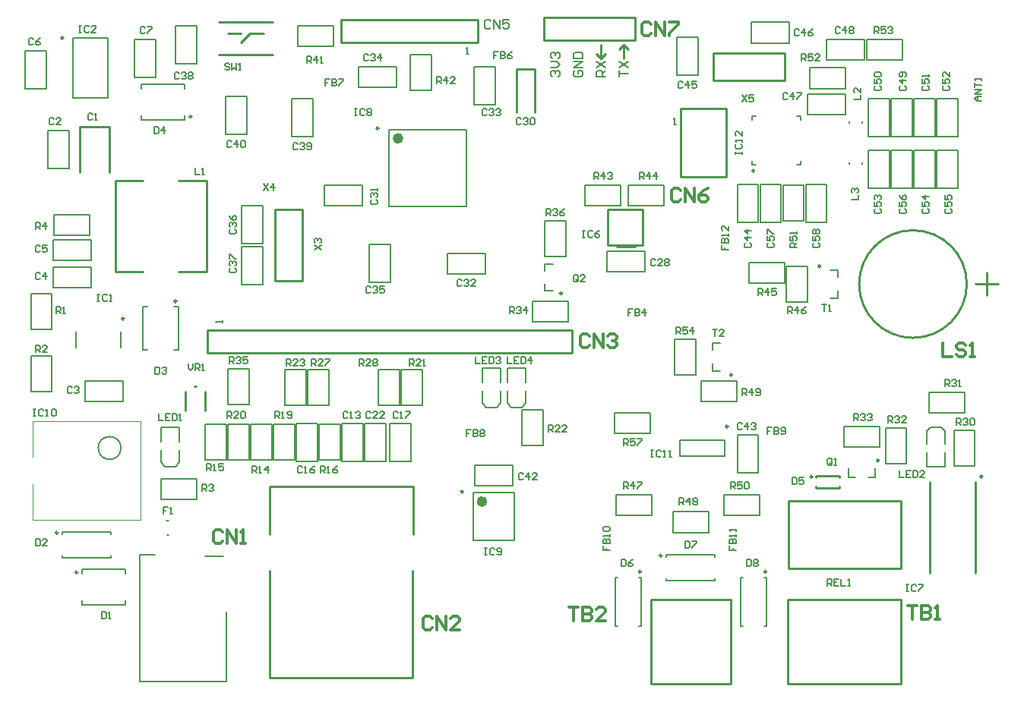
<source format=gto>
G04 Layer_Color=65535*
%FSLAX25Y25*%
%MOIN*%
G70*
G01*
G75*
%ADD48C,0.01000*%
%ADD50C,0.00600*%
%ADD89C,0.00984*%
%ADD90C,0.00500*%
%ADD91C,0.02362*%
%ADD92C,0.00787*%
%ADD93C,0.00394*%
%ADD94C,0.01200*%
%ADD95C,0.00800*%
D48*
X418622Y157000D02*
G03*
X418622Y157000I-23622J0D01*
G01*
X425512Y72500D02*
G03*
X425512Y72500I-512J0D01*
G01*
X233000Y264000D02*
X273000D01*
X233000D02*
Y274000D01*
X273000Y264000D02*
Y274000D01*
X233000D02*
X273000D01*
X307382Y246595D02*
X338878D01*
Y258405D01*
X307382D02*
X338878D01*
X307382Y246595D02*
Y258405D01*
X115094Y189906D02*
X126906D01*
Y158409D02*
Y189906D01*
X115094Y158409D02*
X126906D01*
X115094D02*
Y189906D01*
X75669Y101488D02*
Y109756D01*
X84331Y101488D02*
Y109756D01*
X79606Y112118D02*
X80394D01*
X280157Y-18720D02*
Y18406D01*
X315197D01*
Y-18720D02*
Y18406D01*
X280157Y-18720D02*
X315197D01*
X340000D02*
Y18406D01*
X389685D01*
Y-18720D02*
Y18406D01*
X340000Y-18720D02*
X389685D01*
X100189Y263032D02*
X104126Y266968D01*
X94283D02*
X100189D01*
X104126D02*
X110031D01*
X90346Y257913D02*
X113969D01*
X90346Y272087D02*
X113969D01*
X340394Y32236D02*
Y61764D01*
Y32236D02*
X389606D01*
Y61764D01*
X340394D02*
X389606D01*
X422500Y157000D02*
X432500D01*
X427500Y152000D02*
Y162000D01*
X85079Y162421D02*
Y202579D01*
X72874Y162421D02*
X85079D01*
X72874Y202579D02*
X85079D01*
X44921D02*
X57126D01*
X44921Y162421D02*
Y202579D01*
Y162421D02*
X57126D01*
X402500Y30217D02*
Y70217D01*
X422500Y30217D02*
Y70217D01*
X352382Y68032D02*
X352382Y68031D01*
Y67343D02*
Y68031D01*
Y67343D02*
X362619D01*
X362618Y67344D02*
X362619Y67343D01*
X362618Y67344D02*
Y68032D01*
Y71969D02*
Y72658D01*
X362619Y72658D01*
X352382D02*
X362619D01*
X352382Y72658D02*
X352382Y72658D01*
X352382Y71969D02*
Y72658D01*
X293000Y234000D02*
X313000D01*
Y204000D02*
Y234000D01*
X293000Y204000D02*
Y234000D01*
Y204000D02*
X313000D01*
X144000Y263000D02*
X204000D01*
X144000D02*
Y273000D01*
X204000Y263000D02*
Y273000D01*
X144000D02*
X204000D01*
X85551Y126890D02*
Y136890D01*
X245551D01*
Y126890D02*
Y136890D01*
X85551Y126890D02*
X245551D01*
X112835Y68252D02*
X175354D01*
X112835Y-16000D02*
X175354D01*
X112835Y47173D02*
Y68252D01*
X112598Y-15764D02*
Y31189D01*
Y-15764D02*
X112835Y-16000D01*
X175354D02*
Y30953D01*
X175591Y46937D02*
Y68016D01*
X175354Y68252D02*
X175591Y68016D01*
X221000Y232500D02*
Y251500D01*
X229000D01*
Y232500D02*
Y251500D01*
X42500Y206000D02*
Y226000D01*
X29500D02*
X42500D01*
X29500Y206000D02*
Y226000D01*
X268000Y256000D02*
Y262000D01*
X270000Y260000D01*
X268000Y262000D02*
X270000Y260000D01*
X266000D02*
X268000Y262000D01*
X258000Y256000D02*
Y262000D01*
Y256000D02*
X260000Y258000D01*
X258000Y256000D02*
X260000Y258000D01*
X256000D02*
X258000Y256000D01*
X265063Y173339D02*
X272937D01*
X261126Y174126D02*
Y189874D01*
Y174126D02*
X276480D01*
Y189874D01*
X261126D02*
X276480D01*
D50*
X279800Y91400D02*
Y100600D01*
X264200Y91400D02*
Y100600D01*
Y91400D02*
X279800D01*
X264200Y100600D02*
X279800D01*
X223400Y86200D02*
X232600D01*
X223400Y101800D02*
X232600D01*
X223400Y86200D02*
Y101800D01*
X232600Y86200D02*
Y101800D01*
X290400Y132800D02*
X299600D01*
X290400Y117200D02*
X299600D01*
Y132800D01*
X290400Y117200D02*
Y132800D01*
X374700Y255400D02*
Y264600D01*
X390300Y255400D02*
Y264600D01*
X374700D02*
X390300D01*
X374700Y255400D02*
X390300D01*
X349700Y242900D02*
Y252100D01*
X365300Y242900D02*
Y252100D01*
X349700D02*
X365300D01*
X349700Y242900D02*
X365300D01*
X337900Y200300D02*
X347100D01*
X337900Y184700D02*
X347100D01*
Y200300D01*
X337900Y184700D02*
Y200300D01*
X312200Y64600D02*
X327800D01*
X312200Y55400D02*
X327800D01*
X312200D02*
Y64600D01*
X327800Y55400D02*
Y64600D01*
X302200Y114600D02*
X317800D01*
X302200Y105400D02*
X317800D01*
X302200D02*
Y114600D01*
X317800Y105400D02*
Y114600D01*
X289700Y57100D02*
X305300D01*
X289700Y47900D02*
X305300D01*
X289700D02*
Y57100D01*
X305300Y47900D02*
Y57100D01*
X264700Y64600D02*
X280300D01*
X264700Y55400D02*
X280300D01*
X264700D02*
Y64600D01*
X280300Y55400D02*
Y64600D01*
X285800Y191400D02*
Y200600D01*
X270200Y191400D02*
Y200600D01*
Y191400D02*
X285800D01*
X270200Y200600D02*
X285800D01*
X251200Y191400D02*
Y200600D01*
X266800Y191400D02*
Y200600D01*
X251200D02*
X266800D01*
X251200Y191400D02*
X266800D01*
X174400Y257800D02*
X183600D01*
X174400Y242200D02*
X183600D01*
Y257800D01*
X174400Y242200D02*
Y257800D01*
X125200Y261400D02*
X140800D01*
X125200Y270600D02*
X140800D01*
Y261400D02*
Y270600D01*
X125200Y261400D02*
Y270600D01*
X233400Y169200D02*
Y184800D01*
X242600Y169200D02*
Y184800D01*
X233400Y169200D02*
X242600D01*
X233400Y184800D02*
X242600D01*
X103600Y104200D02*
Y119800D01*
X94400Y104200D02*
Y119800D01*
X103600D01*
X94400Y104200D02*
X103600D01*
X228200Y140400D02*
X243800D01*
X228200Y149600D02*
X243800D01*
Y140400D02*
Y149600D01*
X228200Y140400D02*
Y149600D01*
X364700Y85400D02*
X380300D01*
X364700Y94600D02*
X380300D01*
Y85400D02*
Y94600D01*
X364700Y85400D02*
Y94600D01*
X392100Y78200D02*
Y93800D01*
X382900Y78200D02*
Y93800D01*
X392100D01*
X382900Y78200D02*
X392100D01*
X402200Y100400D02*
X417800D01*
X402200Y109600D02*
X417800D01*
Y100400D02*
Y109600D01*
X402200Y100400D02*
Y109600D01*
X422100Y77200D02*
Y92800D01*
X412900Y77200D02*
Y92800D01*
X422100D01*
X412900Y77200D02*
X422100D01*
X160400Y103700D02*
Y119300D01*
X169600Y103700D02*
Y119300D01*
X160400Y103700D02*
X169600D01*
X160400Y119300D02*
X169600D01*
X129400Y103700D02*
Y119300D01*
X138600Y103700D02*
Y119300D01*
X129400Y103700D02*
X138600D01*
X129400Y119300D02*
X138600D01*
X128600Y103700D02*
Y119300D01*
X119400Y103700D02*
Y119300D01*
X128600D01*
X119400Y103700D02*
X128600D01*
X179600D02*
Y119300D01*
X170400Y103700D02*
Y119300D01*
X179600D01*
X170400Y103700D02*
X179600D01*
X103600Y79700D02*
Y95300D01*
X94400Y79700D02*
Y95300D01*
X103600D01*
X94400Y79700D02*
X103600D01*
X123600D02*
Y95300D01*
X114400Y79700D02*
Y95300D01*
X123600D01*
X114400Y79700D02*
X123600D01*
X143600D02*
Y95300D01*
X134400Y79700D02*
Y95300D01*
X143600D01*
X134400Y79700D02*
X143600D01*
X93600D02*
Y95300D01*
X84400Y79700D02*
Y95300D01*
X93600D01*
X84400Y79700D02*
X93600D01*
X113600D02*
Y95300D01*
X104400Y79700D02*
Y95300D01*
X113600D01*
X104400Y79700D02*
X113600D01*
X18200Y178400D02*
X33800D01*
X18200Y187600D02*
X33800D01*
Y178400D02*
Y187600D01*
X18200Y178400D02*
Y187600D01*
X65200Y71600D02*
X80800D01*
X65200Y62400D02*
X80800D01*
X65200D02*
Y71600D01*
X80800Y62400D02*
Y71600D01*
X17100Y109700D02*
Y125300D01*
X7900Y109700D02*
Y125300D01*
X17100D01*
X7900Y109700D02*
X17100D01*
Y137200D02*
Y152800D01*
X7900Y137200D02*
Y152800D01*
X17100D01*
X7900Y137200D02*
X17100D01*
X55622Y-17717D02*
Y38002D01*
Y-17717D02*
X93622D01*
X55622Y38002D02*
X62271Y37989D01*
X93622Y-17717D02*
Y13093D01*
X84474Y37492D02*
X92474D01*
X347900Y184200D02*
Y200800D01*
X357100Y184200D02*
Y200800D01*
X347900Y184200D02*
X357100D01*
X347900Y200800D02*
X357100D01*
X327900Y184200D02*
Y200800D01*
X337100Y184200D02*
Y200800D01*
X327900Y184200D02*
X337100D01*
X327900Y200800D02*
X337100D01*
X385400Y199200D02*
Y215800D01*
X394600Y199200D02*
Y215800D01*
X385400Y199200D02*
X394600D01*
X385400Y215800D02*
X394600D01*
X414600Y199200D02*
Y215800D01*
X405400Y199200D02*
Y215800D01*
X414600D01*
X405400Y199200D02*
X414600D01*
X404600D02*
Y215800D01*
X395400Y199200D02*
Y215800D01*
X404600D01*
X395400Y199200D02*
X404600D01*
X375400D02*
Y215800D01*
X384600Y199200D02*
Y215800D01*
X375400Y199200D02*
X384600D01*
X375400Y215800D02*
X384600D01*
X414600Y221700D02*
Y238300D01*
X405400Y221700D02*
Y238300D01*
X414600D01*
X405400Y221700D02*
X414600D01*
X404600D02*
Y238300D01*
X395400Y221700D02*
Y238300D01*
X404600D01*
X395400Y221700D02*
X404600D01*
X375400D02*
Y238300D01*
X384600Y221700D02*
Y238300D01*
X375400Y221700D02*
X384600D01*
X375400Y238300D02*
X384600D01*
X394600Y221700D02*
Y238300D01*
X385400Y221700D02*
Y238300D01*
X394600D01*
X385400Y221700D02*
X394600D01*
X357200Y255400D02*
X373800D01*
X357200Y264600D02*
X373800D01*
Y255400D02*
Y264600D01*
X357200Y255400D02*
Y264600D01*
X348700Y231400D02*
X365300D01*
X348700Y240600D02*
X365300D01*
Y231400D02*
Y240600D01*
X348700Y231400D02*
Y240600D01*
X324200Y262900D02*
X340800D01*
X324200Y272100D02*
X340800D01*
Y262900D02*
Y272100D01*
X324200Y262900D02*
Y272100D01*
X291400Y248700D02*
Y265300D01*
X300600Y248700D02*
Y265300D01*
X291400Y248700D02*
X300600D01*
X291400Y265300D02*
X300600D01*
X317900Y184200D02*
Y200800D01*
X327100Y184200D02*
Y200800D01*
X317900Y184200D02*
X327100D01*
X317900Y200800D02*
X327100D01*
Y74200D02*
Y90800D01*
X317900Y74200D02*
Y90800D01*
X327100D01*
X317900Y74200D02*
X327100D01*
X219300Y68400D02*
Y77600D01*
X202700Y68400D02*
Y77600D01*
Y68400D02*
X219300D01*
X202700Y77600D02*
X219300D01*
X93400Y239300D02*
X102600D01*
X93400Y222700D02*
X102600D01*
Y239300D01*
X93400Y222700D02*
Y239300D01*
X122400Y238300D02*
X131600D01*
X122400Y221700D02*
X131600D01*
Y238300D01*
X122400Y221700D02*
Y238300D01*
X71400Y253700D02*
Y270300D01*
X80600Y253700D02*
Y270300D01*
X71400Y253700D02*
X80600D01*
X71400Y270300D02*
X80600D01*
X100400Y173300D02*
X109600D01*
X100400Y156700D02*
X109600D01*
Y173300D01*
X100400Y156700D02*
Y173300D01*
Y174700D02*
X109600D01*
X100400Y191300D02*
X109600D01*
X100400Y174700D02*
Y191300D01*
X109600Y174700D02*
Y191300D01*
X156400Y174300D02*
X165600D01*
X156400Y157700D02*
X165600D01*
Y174300D01*
X156400Y157700D02*
Y174300D01*
X151700Y243400D02*
Y252600D01*
X168300Y243400D02*
Y252600D01*
X151700D02*
X168300D01*
X151700Y243400D02*
X168300D01*
X202400Y235700D02*
X211600D01*
X202400Y252300D02*
X211600D01*
X202400Y235700D02*
Y252300D01*
X211600Y235700D02*
Y252300D01*
X207300Y161400D02*
Y170600D01*
X190700Y161400D02*
Y170600D01*
Y161400D02*
X207300D01*
X190700Y170600D02*
X207300D01*
X153300Y191400D02*
Y200600D01*
X136700Y191400D02*
Y200600D01*
Y191400D02*
X153300D01*
X136700Y200600D02*
X153300D01*
X277300Y162400D02*
Y171600D01*
X260700Y162400D02*
Y171600D01*
Y162400D02*
X277300D01*
X260700Y171600D02*
X277300D01*
X154400Y79200D02*
X163600D01*
X154400Y95800D02*
X163600D01*
X154400Y79200D02*
Y95800D01*
X163600Y79200D02*
Y95800D01*
X165400D02*
X174600D01*
X165400Y79200D02*
X174600D01*
Y95800D01*
X165400Y79200D02*
Y95800D01*
X124400D02*
X133600D01*
X124400Y79200D02*
X133600D01*
Y95800D01*
X124400Y79200D02*
Y95800D01*
X144400D02*
X153600D01*
X144400Y79200D02*
X153600D01*
Y95800D01*
X144400Y79200D02*
Y95800D01*
X53400Y247700D02*
X62600D01*
X53400Y264300D02*
X62600D01*
X53400Y247700D02*
Y264300D01*
X62600Y247700D02*
Y264300D01*
X5400Y242700D02*
X14600D01*
X5400Y259300D02*
X14600D01*
X5400Y242700D02*
Y259300D01*
X14600Y242700D02*
Y259300D01*
X17700Y167400D02*
Y176600D01*
X34300Y167400D02*
Y176600D01*
X17700D02*
X34300D01*
X17700Y167400D02*
X34300D01*
X17700Y155400D02*
Y164600D01*
X34300Y155400D02*
Y164600D01*
X17700D02*
X34300D01*
X17700Y155400D02*
X34300D01*
X48300Y105400D02*
Y114600D01*
X31700Y105400D02*
Y114600D01*
Y105400D02*
X48300D01*
X31700Y114600D02*
X48300D01*
X15400Y224300D02*
X24600D01*
X15400Y207700D02*
X24600D01*
Y224300D01*
X15400Y207700D02*
Y224300D01*
X323200Y166600D02*
X338800D01*
X323200Y157400D02*
X338800D01*
X323200D02*
Y166600D01*
X338800Y157400D02*
Y166600D01*
X339400Y149200D02*
Y164800D01*
X348600Y149200D02*
Y164800D01*
X339400Y149200D02*
X348600D01*
X339400Y164800D02*
X348600D01*
X268000Y86000D02*
Y88999D01*
X269499D01*
X269999Y88499D01*
Y87499D01*
X269499Y87000D01*
X268000D01*
X269000D02*
X269999Y86000D01*
X272998Y88999D02*
X270999D01*
Y87499D01*
X271999Y87999D01*
X272498D01*
X272998Y87499D01*
Y86500D01*
X272498Y86000D01*
X271499D01*
X270999Y86500D01*
X273998Y88999D02*
X275997D01*
Y88499D01*
X273998Y86500D01*
Y86000D01*
X217000Y124999D02*
Y122000D01*
X218999D01*
X221998Y124999D02*
X219999D01*
Y122000D01*
X221998D01*
X219999Y123500D02*
X220999D01*
X222998Y124999D02*
Y122000D01*
X224498D01*
X224997Y122500D01*
Y124499D01*
X224498Y124999D01*
X222998D01*
X227497Y122000D02*
Y124999D01*
X225997Y123500D01*
X227996D01*
X235000Y92000D02*
Y94999D01*
X236500D01*
X236999Y94499D01*
Y93499D01*
X236500Y93000D01*
X235000D01*
X236000D02*
X236999Y92000D01*
X239998D02*
X237999D01*
X239998Y93999D01*
Y94499D01*
X239498Y94999D01*
X238499D01*
X237999Y94499D01*
X242997Y92000D02*
X240998D01*
X242997Y93999D01*
Y94499D01*
X242498Y94999D01*
X241498D01*
X240998Y94499D01*
X203000Y124999D02*
Y122000D01*
X204999D01*
X207998Y124999D02*
X205999D01*
Y122000D01*
X207998D01*
X205999Y123500D02*
X206999D01*
X208998Y124999D02*
Y122000D01*
X210498D01*
X210997Y122500D01*
Y124499D01*
X210498Y124999D01*
X208998D01*
X211997Y124499D02*
X212497Y124999D01*
X213497D01*
X213996Y124499D01*
Y123999D01*
X213497Y123500D01*
X212997D01*
X213497D01*
X213996Y123000D01*
Y122500D01*
X213497Y122000D01*
X212497D01*
X211997Y122500D01*
X320000Y239999D02*
X321999Y237000D01*
Y239999D02*
X320000Y237000D01*
X324998Y239999D02*
X322999D01*
Y238499D01*
X323999Y238999D01*
X324499D01*
X324998Y238499D01*
Y237500D01*
X324499Y237000D01*
X323499D01*
X322999Y237500D01*
X110000Y200999D02*
X111999Y198000D01*
Y200999D02*
X110000Y198000D01*
X114499D02*
Y200999D01*
X112999Y199499D01*
X114998D01*
X132319Y171980D02*
X135318Y173979D01*
X132319D02*
X135318Y171980D01*
X132818Y174979D02*
X132319Y175479D01*
Y176479D01*
X132818Y176979D01*
X133318D01*
X133818Y176479D01*
Y175979D01*
Y176479D01*
X134318Y176979D01*
X134818D01*
X135318Y176479D01*
Y175479D01*
X134818Y174979D01*
X77000Y121999D02*
Y120000D01*
X78000Y119000D01*
X78999Y120000D01*
Y121999D01*
X79999Y119000D02*
Y121999D01*
X81499D01*
X81998Y121499D01*
Y120500D01*
X81499Y120000D01*
X79999D01*
X80999D02*
X81998Y119000D01*
X82998D02*
X83998D01*
X83498D01*
Y121999D01*
X82998Y121499D01*
X307000Y136999D02*
X308999D01*
X308000D01*
Y134000D01*
X311998D02*
X309999D01*
X311998Y135999D01*
Y136499D01*
X311498Y136999D01*
X310499D01*
X309999Y136499D01*
X355000Y147999D02*
X356999D01*
X356000D01*
Y145000D01*
X357999D02*
X358999D01*
X358499D01*
Y147999D01*
X357999Y147499D01*
X95157Y253499D02*
X94657Y253999D01*
X93657D01*
X93158Y253499D01*
Y252999D01*
X93657Y252500D01*
X94657D01*
X95157Y252000D01*
Y251500D01*
X94657Y251000D01*
X93657D01*
X93158Y251500D01*
X96157Y253999D02*
Y251000D01*
X97156Y252000D01*
X98156Y251000D01*
Y253999D01*
X99155Y251000D02*
X100155D01*
X99655D01*
Y253999D01*
X99155Y253499D01*
X357500Y24500D02*
Y27499D01*
X358999D01*
X359499Y26999D01*
Y26000D01*
X358999Y25500D01*
X357500D01*
X358500D02*
X359499Y24500D01*
X362498Y27499D02*
X360499D01*
Y24500D01*
X362498D01*
X360499Y26000D02*
X361499D01*
X363498Y27499D02*
Y24500D01*
X365497D01*
X366497D02*
X367497D01*
X366997D01*
Y27499D01*
X366497Y26999D01*
X291000Y135000D02*
Y137999D01*
X292499D01*
X292999Y137499D01*
Y136500D01*
X292499Y136000D01*
X291000D01*
X292000D02*
X292999Y135000D01*
X295998Y137999D02*
X293999D01*
Y136500D01*
X294999Y136999D01*
X295498D01*
X295998Y136500D01*
Y135500D01*
X295498Y135000D01*
X294499D01*
X293999Y135500D01*
X298498Y135000D02*
Y137999D01*
X296998Y136500D01*
X298997D01*
X378000Y267000D02*
Y269999D01*
X379500D01*
X379999Y269499D01*
Y268499D01*
X379500Y268000D01*
X378000D01*
X379000D02*
X379999Y267000D01*
X382998Y269999D02*
X380999D01*
Y268499D01*
X381999Y268999D01*
X382499D01*
X382998Y268499D01*
Y267500D01*
X382499Y267000D01*
X381499D01*
X380999Y267500D01*
X383998Y269499D02*
X384498Y269999D01*
X385498D01*
X385997Y269499D01*
Y268999D01*
X385498Y268499D01*
X384998D01*
X385498D01*
X385997Y268000D01*
Y267500D01*
X385498Y267000D01*
X384498D01*
X383998Y267500D01*
X346000Y255000D02*
Y257999D01*
X347499D01*
X347999Y257499D01*
Y256500D01*
X347499Y256000D01*
X346000D01*
X347000D02*
X347999Y255000D01*
X350998Y257999D02*
X348999D01*
Y256500D01*
X349999Y256999D01*
X350499D01*
X350998Y256500D01*
Y255500D01*
X350499Y255000D01*
X349499D01*
X348999Y255500D01*
X353997Y255000D02*
X351998D01*
X353997Y256999D01*
Y257499D01*
X353498Y257999D01*
X352498D01*
X351998Y257499D01*
X344000Y173000D02*
X341001D01*
Y174499D01*
X341501Y174999D01*
X342500D01*
X343000Y174499D01*
Y173000D01*
Y174000D02*
X344000Y174999D01*
X341001Y177998D02*
Y175999D01*
X342500D01*
X342001Y176999D01*
Y177499D01*
X342500Y177998D01*
X343500D01*
X344000Y177499D01*
Y176499D01*
X343500Y175999D01*
X344000Y178998D02*
Y179998D01*
Y179498D01*
X341001D01*
X341501Y178998D01*
X315000Y67000D02*
Y69999D01*
X316499D01*
X316999Y69499D01*
Y68499D01*
X316499Y68000D01*
X315000D01*
X316000D02*
X316999Y67000D01*
X319998Y69999D02*
X317999D01*
Y68499D01*
X318999Y68999D01*
X319498D01*
X319998Y68499D01*
Y67500D01*
X319498Y67000D01*
X318499D01*
X317999Y67500D01*
X320998Y69499D02*
X321498Y69999D01*
X322498D01*
X322997Y69499D01*
Y67500D01*
X322498Y67000D01*
X321498D01*
X320998Y67500D01*
Y69499D01*
X320000Y108000D02*
Y110999D01*
X321499D01*
X321999Y110499D01*
Y109500D01*
X321499Y109000D01*
X320000D01*
X321000D02*
X321999Y108000D01*
X324499D02*
Y110999D01*
X322999Y109500D01*
X324998D01*
X325998Y108500D02*
X326498Y108000D01*
X327498D01*
X327997Y108500D01*
Y110499D01*
X327498Y110999D01*
X326498D01*
X325998Y110499D01*
Y109999D01*
X326498Y109500D01*
X327997D01*
X292500Y60000D02*
Y62999D01*
X294000D01*
X294499Y62499D01*
Y61500D01*
X294000Y61000D01*
X292500D01*
X293500D02*
X294499Y60000D01*
X296999D02*
Y62999D01*
X295499Y61500D01*
X297498D01*
X298498Y62499D02*
X298998Y62999D01*
X299998D01*
X300497Y62499D01*
Y61999D01*
X299998Y61500D01*
X300497Y61000D01*
Y60500D01*
X299998Y60000D01*
X298998D01*
X298498Y60500D01*
Y61000D01*
X298998Y61500D01*
X298498Y61999D01*
Y62499D01*
X298998Y61500D02*
X299998D01*
X268000Y67000D02*
Y69999D01*
X269499D01*
X269999Y69499D01*
Y68499D01*
X269499Y68000D01*
X268000D01*
X269000D02*
X269999Y67000D01*
X272498D02*
Y69999D01*
X270999Y68499D01*
X272998D01*
X273998Y69999D02*
X275997D01*
Y69499D01*
X273998Y67500D01*
Y67000D01*
X275000Y203000D02*
Y205999D01*
X276500D01*
X276999Y205499D01*
Y204500D01*
X276500Y204000D01*
X275000D01*
X276000D02*
X276999Y203000D01*
X279499D02*
Y205999D01*
X277999Y204500D01*
X279998D01*
X282498Y203000D02*
Y205999D01*
X280998Y204500D01*
X282997D01*
X255000Y203000D02*
Y205999D01*
X256500D01*
X256999Y205499D01*
Y204500D01*
X256500Y204000D01*
X255000D01*
X256000D02*
X256999Y203000D01*
X259499D02*
Y205999D01*
X257999Y204500D01*
X259998D01*
X260998Y205499D02*
X261498Y205999D01*
X262498D01*
X262997Y205499D01*
Y204999D01*
X262498Y204500D01*
X261998D01*
X262498D01*
X262997Y204000D01*
Y203500D01*
X262498Y203000D01*
X261498D01*
X260998Y203500D01*
X186000Y245000D02*
Y247999D01*
X187499D01*
X187999Y247499D01*
Y246499D01*
X187499Y246000D01*
X186000D01*
X187000D02*
X187999Y245000D01*
X190499D02*
Y247999D01*
X188999Y246499D01*
X190998D01*
X193997Y245000D02*
X191998D01*
X193997Y246999D01*
Y247499D01*
X193498Y247999D01*
X192498D01*
X191998Y247499D01*
X129000Y254000D02*
Y256999D01*
X130499D01*
X130999Y256499D01*
Y255500D01*
X130499Y255000D01*
X129000D01*
X130000D02*
X130999Y254000D01*
X133499D02*
Y256999D01*
X131999Y255500D01*
X133998D01*
X134998Y254000D02*
X135998D01*
X135498D01*
Y256999D01*
X134998Y256499D01*
X234000Y187000D02*
Y189999D01*
X235500D01*
X235999Y189499D01*
Y188499D01*
X235500Y188000D01*
X234000D01*
X235000D02*
X235999Y187000D01*
X236999Y189499D02*
X237499Y189999D01*
X238498D01*
X238998Y189499D01*
Y188999D01*
X238498Y188499D01*
X237999D01*
X238498D01*
X238998Y188000D01*
Y187500D01*
X238498Y187000D01*
X237499D01*
X236999Y187500D01*
X241997Y189999D02*
X240998Y189499D01*
X239998Y188499D01*
Y187500D01*
X240498Y187000D01*
X241498D01*
X241997Y187500D01*
Y188000D01*
X241498Y188499D01*
X239998D01*
X95000Y122000D02*
Y124999D01*
X96500D01*
X96999Y124499D01*
Y123500D01*
X96500Y123000D01*
X95000D01*
X96000D02*
X96999Y122000D01*
X97999Y124499D02*
X98499Y124999D01*
X99499D01*
X99998Y124499D01*
Y123999D01*
X99499Y123500D01*
X98999D01*
X99499D01*
X99998Y123000D01*
Y122500D01*
X99499Y122000D01*
X98499D01*
X97999Y122500D01*
X102997Y124999D02*
X100998D01*
Y123500D01*
X101998Y123999D01*
X102498D01*
X102997Y123500D01*
Y122500D01*
X102498Y122000D01*
X101498D01*
X100998Y122500D01*
X218000Y144000D02*
Y146999D01*
X219499D01*
X219999Y146499D01*
Y145500D01*
X219499Y145000D01*
X218000D01*
X219000D02*
X219999Y144000D01*
X220999Y146499D02*
X221499Y146999D01*
X222498D01*
X222998Y146499D01*
Y145999D01*
X222498Y145500D01*
X221999D01*
X222498D01*
X222998Y145000D01*
Y144500D01*
X222498Y144000D01*
X221499D01*
X220999Y144500D01*
X225498Y144000D02*
Y146999D01*
X223998Y145500D01*
X225997D01*
X369000Y97000D02*
Y99999D01*
X370499D01*
X370999Y99499D01*
Y98500D01*
X370499Y98000D01*
X369000D01*
X370000D02*
X370999Y97000D01*
X371999Y99499D02*
X372499Y99999D01*
X373499D01*
X373998Y99499D01*
Y98999D01*
X373499Y98500D01*
X372999D01*
X373499D01*
X373998Y98000D01*
Y97500D01*
X373499Y97000D01*
X372499D01*
X371999Y97500D01*
X374998Y99499D02*
X375498Y99999D01*
X376498D01*
X376997Y99499D01*
Y98999D01*
X376498Y98500D01*
X375998D01*
X376498D01*
X376997Y98000D01*
Y97500D01*
X376498Y97000D01*
X375498D01*
X374998Y97500D01*
X384000Y96000D02*
Y98999D01*
X385500D01*
X385999Y98499D01*
Y97500D01*
X385500Y97000D01*
X384000D01*
X385000D02*
X385999Y96000D01*
X386999Y98499D02*
X387499Y98999D01*
X388498D01*
X388998Y98499D01*
Y97999D01*
X388498Y97500D01*
X387999D01*
X388498D01*
X388998Y97000D01*
Y96500D01*
X388498Y96000D01*
X387499D01*
X386999Y96500D01*
X391997Y96000D02*
X389998D01*
X391997Y97999D01*
Y98499D01*
X391498Y98999D01*
X390498D01*
X389998Y98499D01*
X409000Y112000D02*
Y114999D01*
X410499D01*
X410999Y114499D01*
Y113499D01*
X410499Y113000D01*
X409000D01*
X410000D02*
X410999Y112000D01*
X411999Y114499D02*
X412499Y114999D01*
X413498D01*
X413998Y114499D01*
Y113999D01*
X413498Y113499D01*
X412999D01*
X413498D01*
X413998Y113000D01*
Y112500D01*
X413498Y112000D01*
X412499D01*
X411999Y112500D01*
X414998Y112000D02*
X415998D01*
X415498D01*
Y114999D01*
X414998Y114499D01*
X414000Y95000D02*
Y97999D01*
X415499D01*
X415999Y97499D01*
Y96500D01*
X415499Y96000D01*
X414000D01*
X415000D02*
X415999Y95000D01*
X416999Y97499D02*
X417499Y97999D01*
X418499D01*
X418998Y97499D01*
Y96999D01*
X418499Y96500D01*
X417999D01*
X418499D01*
X418998Y96000D01*
Y95500D01*
X418499Y95000D01*
X417499D01*
X416999Y95500D01*
X419998Y97499D02*
X420498Y97999D01*
X421498D01*
X421997Y97499D01*
Y95500D01*
X421498Y95000D01*
X420498D01*
X419998Y95500D01*
Y97499D01*
X152000Y121000D02*
Y123999D01*
X153499D01*
X153999Y123499D01*
Y122500D01*
X153499Y122000D01*
X152000D01*
X153000D02*
X153999Y121000D01*
X156998D02*
X154999D01*
X156998Y122999D01*
Y123499D01*
X156499Y123999D01*
X155499D01*
X154999Y123499D01*
X157998D02*
X158498Y123999D01*
X159498D01*
X159997Y123499D01*
Y122999D01*
X159498Y122500D01*
X159997Y122000D01*
Y121500D01*
X159498Y121000D01*
X158498D01*
X157998Y121500D01*
Y122000D01*
X158498Y122500D01*
X157998Y122999D01*
Y123499D01*
X158498Y122500D02*
X159498D01*
X131000Y121000D02*
Y123999D01*
X132500D01*
X132999Y123499D01*
Y122500D01*
X132500Y122000D01*
X131000D01*
X132000D02*
X132999Y121000D01*
X135998D02*
X133999D01*
X135998Y122999D01*
Y123499D01*
X135499Y123999D01*
X134499D01*
X133999Y123499D01*
X136998Y123999D02*
X138997D01*
Y123499D01*
X136998Y121500D01*
Y121000D01*
X120000D02*
Y123999D01*
X121500D01*
X121999Y123499D01*
Y122500D01*
X121500Y122000D01*
X120000D01*
X121000D02*
X121999Y121000D01*
X124998D02*
X122999D01*
X124998Y122999D01*
Y123499D01*
X124499Y123999D01*
X123499D01*
X122999Y123499D01*
X125998D02*
X126498Y123999D01*
X127498D01*
X127997Y123499D01*
Y122999D01*
X127498Y122500D01*
X126998D01*
X127498D01*
X127997Y122000D01*
Y121500D01*
X127498Y121000D01*
X126498D01*
X125998Y121500D01*
X174000Y121000D02*
Y123999D01*
X175499D01*
X175999Y123499D01*
Y122500D01*
X175499Y122000D01*
X174000D01*
X175000D02*
X175999Y121000D01*
X178998D02*
X176999D01*
X178998Y122999D01*
Y123499D01*
X178499Y123999D01*
X177499D01*
X176999Y123499D01*
X179998Y121000D02*
X180998D01*
X180498D01*
Y123999D01*
X179998Y123499D01*
X94000Y98000D02*
Y100999D01*
X95499D01*
X95999Y100499D01*
Y99499D01*
X95499Y99000D01*
X94000D01*
X95000D02*
X95999Y98000D01*
X98998D02*
X96999D01*
X98998Y99999D01*
Y100499D01*
X98499Y100999D01*
X97499D01*
X96999Y100499D01*
X99998D02*
X100498Y100999D01*
X101498D01*
X101997Y100499D01*
Y98500D01*
X101498Y98000D01*
X100498D01*
X99998Y98500D01*
Y100499D01*
X115000Y98000D02*
Y100999D01*
X116499D01*
X116999Y100499D01*
Y99499D01*
X116499Y99000D01*
X115000D01*
X116000D02*
X116999Y98000D01*
X117999D02*
X118999D01*
X118499D01*
Y100999D01*
X117999Y100499D01*
X120498Y98500D02*
X120998Y98000D01*
X121998D01*
X122498Y98500D01*
Y100499D01*
X121998Y100999D01*
X120998D01*
X120498Y100499D01*
Y99999D01*
X120998Y99499D01*
X122498D01*
X135000Y74000D02*
Y76999D01*
X136500D01*
X136999Y76499D01*
Y75499D01*
X136500Y75000D01*
X135000D01*
X136000D02*
X136999Y74000D01*
X137999D02*
X138999D01*
X138499D01*
Y76999D01*
X137999Y76499D01*
X142498Y76999D02*
X141498Y76499D01*
X140498Y75499D01*
Y74500D01*
X140998Y74000D01*
X141998D01*
X142498Y74500D01*
Y75000D01*
X141998Y75499D01*
X140498D01*
X85000Y75000D02*
Y77999D01*
X86500D01*
X86999Y77499D01*
Y76499D01*
X86500Y76000D01*
X85000D01*
X86000D02*
X86999Y75000D01*
X87999D02*
X88999D01*
X88499D01*
Y77999D01*
X87999Y77499D01*
X92498Y77999D02*
X90498D01*
Y76499D01*
X91498Y76999D01*
X91998D01*
X92498Y76499D01*
Y75500D01*
X91998Y75000D01*
X90998D01*
X90498Y75500D01*
X105000Y74000D02*
Y76999D01*
X106500D01*
X106999Y76499D01*
Y75499D01*
X106500Y75000D01*
X105000D01*
X106000D02*
X106999Y74000D01*
X107999D02*
X108999D01*
X108499D01*
Y76999D01*
X107999Y76499D01*
X111998Y74000D02*
Y76999D01*
X110498Y75499D01*
X112498D01*
X10000Y181000D02*
Y183999D01*
X11500D01*
X11999Y183499D01*
Y182500D01*
X11500Y182000D01*
X10000D01*
X11000D02*
X11999Y181000D01*
X14499D02*
Y183999D01*
X12999Y182500D01*
X14998D01*
X83000Y66000D02*
Y68999D01*
X84500D01*
X84999Y68499D01*
Y67500D01*
X84500Y67000D01*
X83000D01*
X84000D02*
X84999Y66000D01*
X85999Y68499D02*
X86499Y68999D01*
X87499D01*
X87998Y68499D01*
Y67999D01*
X87499Y67500D01*
X86999D01*
X87499D01*
X87998Y67000D01*
Y66500D01*
X87499Y66000D01*
X86499D01*
X85999Y66500D01*
X10000Y127000D02*
Y129999D01*
X11500D01*
X11999Y129499D01*
Y128499D01*
X11500Y128000D01*
X10000D01*
X11000D02*
X11999Y127000D01*
X14998D02*
X12999D01*
X14998Y128999D01*
Y129499D01*
X14499Y129999D01*
X13499D01*
X12999Y129499D01*
X19000Y144000D02*
Y146999D01*
X20500D01*
X20999Y146499D01*
Y145500D01*
X20500Y145000D01*
X19000D01*
X20000D02*
X20999Y144000D01*
X21999D02*
X22999D01*
X22499D01*
Y146999D01*
X21999Y146499D01*
X247999Y158500D02*
Y160499D01*
X247499Y160999D01*
X246500D01*
X246000Y160499D01*
Y158500D01*
X246500Y158000D01*
X247499D01*
X247000Y159000D02*
X247999Y158000D01*
X247499D02*
X247999Y158500D01*
X250998Y158000D02*
X248999D01*
X250998Y159999D01*
Y160499D01*
X250499Y160999D01*
X249499D01*
X248999Y160499D01*
X359499Y78000D02*
Y79999D01*
X358999Y80499D01*
X358000D01*
X357500Y79999D01*
Y78000D01*
X358000Y77500D01*
X358999D01*
X358500Y78500D02*
X359499Y77500D01*
X358999D02*
X359499Y78000D01*
X360499Y77500D02*
X361499D01*
X360999D01*
Y80499D01*
X360499Y79999D01*
X425000Y237500D02*
X423001D01*
X422001Y238500D01*
X423001Y239499D01*
X425000D01*
X423500D01*
Y237500D01*
X425000Y240499D02*
X422001D01*
X425000Y242498D01*
X422001D01*
Y243498D02*
Y245497D01*
Y244498D01*
X425000D01*
Y246497D02*
Y247497D01*
Y246997D01*
X422001D01*
X422501Y246497D01*
X389000Y74999D02*
Y72000D01*
X390999D01*
X393998Y74999D02*
X391999D01*
Y72000D01*
X393998D01*
X391999Y73500D02*
X392999D01*
X394998Y74999D02*
Y72000D01*
X396498D01*
X396997Y72500D01*
Y74499D01*
X396498Y74999D01*
X394998D01*
X399996Y72000D02*
X397997D01*
X399996Y73999D01*
Y74499D01*
X399497Y74999D01*
X398497D01*
X397997Y74499D01*
X64000Y99999D02*
Y97000D01*
X65999D01*
X68998Y99999D02*
X66999D01*
Y97000D01*
X68998D01*
X66999Y98500D02*
X67999D01*
X69998Y99999D02*
Y97000D01*
X71498D01*
X71997Y97500D01*
Y99499D01*
X71498Y99999D01*
X69998D01*
X72997Y97000D02*
X73997D01*
X73497D01*
Y99999D01*
X72997Y99499D01*
X368001Y194000D02*
X371000D01*
Y195999D01*
X368501Y196999D02*
X368001Y197499D01*
Y198499D01*
X368501Y198998D01*
X369001D01*
X369500Y198499D01*
Y197999D01*
Y198499D01*
X370000Y198998D01*
X370500D01*
X371000Y198499D01*
Y197499D01*
X370500Y196999D01*
X369001Y238000D02*
X372000D01*
Y239999D01*
Y242998D02*
Y240999D01*
X370001Y242998D01*
X369501D01*
X369001Y242498D01*
Y241499D01*
X369501Y240999D01*
X80000Y207999D02*
Y205000D01*
X81999D01*
X82999D02*
X83999D01*
X83499D01*
Y207999D01*
X82999Y207499D01*
X317001Y214000D02*
Y215000D01*
Y214500D01*
X320000D01*
Y214000D01*
Y215000D01*
X317501Y218498D02*
X317001Y217999D01*
Y216999D01*
X317501Y216499D01*
X319500D01*
X320000Y216999D01*
Y217999D01*
X319500Y218498D01*
X320000Y219498D02*
Y220498D01*
Y219998D01*
X317001D01*
X317501Y219498D01*
X320000Y223997D02*
Y221997D01*
X318001Y223997D01*
X317501D01*
X317001Y223497D01*
Y222497D01*
X317501Y221997D01*
X280000Y83999D02*
X281000D01*
X280500D01*
Y81000D01*
X280000D01*
X281000D01*
X284499Y83499D02*
X283999Y83999D01*
X282999D01*
X282499Y83499D01*
Y81500D01*
X282999Y81000D01*
X283999D01*
X284499Y81500D01*
X285498Y81000D02*
X286498D01*
X285998D01*
Y83999D01*
X285498Y83499D01*
X287997Y81000D02*
X288997D01*
X288497D01*
Y83999D01*
X287997Y83499D01*
X9000Y101999D02*
X10000D01*
X9500D01*
Y99000D01*
X9000D01*
X10000D01*
X13498Y101499D02*
X12999Y101999D01*
X11999D01*
X11499Y101499D01*
Y99500D01*
X11999Y99000D01*
X12999D01*
X13498Y99500D01*
X14498Y99000D02*
X15498D01*
X14998D01*
Y101999D01*
X14498Y101499D01*
X16997D02*
X17497Y101999D01*
X18497D01*
X18997Y101499D01*
Y99500D01*
X18497Y99000D01*
X17497D01*
X16997Y99500D01*
Y101499D01*
X207000Y40999D02*
X208000D01*
X207500D01*
Y38000D01*
X207000D01*
X208000D01*
X211498Y40499D02*
X210999Y40999D01*
X209999D01*
X209499Y40499D01*
Y38500D01*
X209999Y38000D01*
X210999D01*
X211498Y38500D01*
X212498D02*
X212998Y38000D01*
X213998D01*
X214498Y38500D01*
Y40499D01*
X213998Y40999D01*
X212998D01*
X212498Y40499D01*
Y39999D01*
X212998Y39500D01*
X214498D01*
X150000Y233999D02*
X151000D01*
X150500D01*
Y231000D01*
X150000D01*
X151000D01*
X154499Y233499D02*
X153999Y233999D01*
X152999D01*
X152499Y233499D01*
Y231500D01*
X152999Y231000D01*
X153999D01*
X154499Y231500D01*
X155498Y233499D02*
X155998Y233999D01*
X156998D01*
X157498Y233499D01*
Y232999D01*
X156998Y232500D01*
X157498Y232000D01*
Y231500D01*
X156998Y231000D01*
X155998D01*
X155498Y231500D01*
Y232000D01*
X155998Y232500D01*
X155498Y232999D01*
Y233499D01*
X155998Y232500D02*
X156998D01*
X392000Y24999D02*
X393000D01*
X392500D01*
Y22000D01*
X392000D01*
X393000D01*
X396498Y24499D02*
X395999Y24999D01*
X394999D01*
X394499Y24499D01*
Y22500D01*
X394999Y22000D01*
X395999D01*
X396498Y22500D01*
X397498Y24999D02*
X399498D01*
Y24499D01*
X397498Y22500D01*
Y22000D01*
X29000Y270472D02*
X30000D01*
X29500D01*
Y267472D01*
X29000D01*
X30000D01*
X33498Y269972D02*
X32999Y270472D01*
X31999D01*
X31499Y269972D01*
Y267972D01*
X31999Y267472D01*
X32999D01*
X33498Y267972D01*
X36498Y267472D02*
X34498D01*
X36498Y269472D01*
Y269972D01*
X35998Y270472D01*
X34998D01*
X34498Y269972D01*
X37000Y152499D02*
X38000D01*
X37500D01*
Y149500D01*
X37000D01*
X38000D01*
X41499Y151999D02*
X40999Y152499D01*
X39999D01*
X39499Y151999D01*
Y150000D01*
X39999Y149500D01*
X40999D01*
X41499Y150000D01*
X42498Y149500D02*
X43498D01*
X42998D01*
Y152499D01*
X42498Y151999D01*
X311001Y173999D02*
Y172000D01*
X312501D01*
Y173000D01*
Y172000D01*
X314000D01*
X311001Y174999D02*
X314000D01*
Y176499D01*
X313500Y176998D01*
X313000D01*
X312501Y176499D01*
Y174999D01*
Y176499D01*
X312001Y176998D01*
X311501D01*
X311001Y176499D01*
Y174999D01*
X314000Y177998D02*
Y178998D01*
Y178498D01*
X311001D01*
X311501Y177998D01*
X314000Y182497D02*
Y180497D01*
X312001Y182497D01*
X311501D01*
X311001Y181997D01*
Y180997D01*
X311501Y180497D01*
X314501Y41999D02*
Y40000D01*
X316001D01*
Y41000D01*
Y40000D01*
X317500D01*
X314501Y42999D02*
X317500D01*
Y44499D01*
X317000Y44998D01*
X316500D01*
X316001Y44499D01*
Y42999D01*
Y44499D01*
X315501Y44998D01*
X315001D01*
X314501Y44499D01*
Y42999D01*
X317500Y45998D02*
Y46998D01*
Y46498D01*
X314501D01*
X315001Y45998D01*
X317500Y48497D02*
Y49497D01*
Y48997D01*
X314501D01*
X315001Y48497D01*
X259001Y41999D02*
Y40000D01*
X260501D01*
Y41000D01*
Y40000D01*
X262000D01*
X259001Y42999D02*
X262000D01*
Y44499D01*
X261500Y44998D01*
X261000D01*
X260501Y44499D01*
Y42999D01*
Y44499D01*
X260001Y44998D01*
X259501D01*
X259001Y44499D01*
Y42999D01*
X262000Y45998D02*
Y46998D01*
Y46498D01*
X259001D01*
X259501Y45998D01*
Y48497D02*
X259001Y48997D01*
Y49997D01*
X259501Y50497D01*
X261500D01*
X262000Y49997D01*
Y48997D01*
X261500Y48497D01*
X259501D01*
X332999Y93999D02*
X331000D01*
Y92500D01*
X332000D01*
X331000D01*
Y91000D01*
X333999Y93999D02*
Y91000D01*
X335498D01*
X335998Y91500D01*
Y92000D01*
X335498Y92500D01*
X333999D01*
X335498D01*
X335998Y92999D01*
Y93499D01*
X335498Y93999D01*
X333999D01*
X336998Y91500D02*
X337498Y91000D01*
X338498D01*
X338997Y91500D01*
Y93499D01*
X338498Y93999D01*
X337498D01*
X336998Y93499D01*
Y92999D01*
X337498Y92500D01*
X338997D01*
X200999Y92999D02*
X199000D01*
Y91500D01*
X200000D01*
X199000D01*
Y90000D01*
X201999Y92999D02*
Y90000D01*
X203499D01*
X203998Y90500D01*
Y91000D01*
X203499Y91500D01*
X201999D01*
X203499D01*
X203998Y91999D01*
Y92499D01*
X203499Y92999D01*
X201999D01*
X204998Y92499D02*
X205498Y92999D01*
X206498D01*
X206997Y92499D01*
Y91999D01*
X206498Y91500D01*
X206997Y91000D01*
Y90500D01*
X206498Y90000D01*
X205498D01*
X204998Y90500D01*
Y91000D01*
X205498Y91500D01*
X204998Y91999D01*
Y92499D01*
X205498Y91500D02*
X206498D01*
X138999Y246999D02*
X137000D01*
Y245499D01*
X138000D01*
X137000D01*
Y244000D01*
X139999Y246999D02*
Y244000D01*
X141499D01*
X141998Y244500D01*
Y245000D01*
X141499Y245499D01*
X139999D01*
X141499D01*
X141998Y245999D01*
Y246499D01*
X141499Y246999D01*
X139999D01*
X142998D02*
X144997D01*
Y246499D01*
X142998Y244500D01*
Y244000D01*
X212999Y258999D02*
X211000D01*
Y257500D01*
X212000D01*
X211000D01*
Y256000D01*
X213999Y258999D02*
Y256000D01*
X215498D01*
X215998Y256500D01*
Y257000D01*
X215498Y257500D01*
X213999D01*
X215498D01*
X215998Y257999D01*
Y258499D01*
X215498Y258999D01*
X213999D01*
X218997D02*
X217998Y258499D01*
X216998Y257500D01*
Y256500D01*
X217498Y256000D01*
X218498D01*
X218997Y256500D01*
Y257000D01*
X218498Y257500D01*
X216998D01*
X271999Y145999D02*
X270000D01*
Y144500D01*
X271000D01*
X270000D01*
Y143000D01*
X272999Y145999D02*
Y143000D01*
X274499D01*
X274998Y143500D01*
Y144000D01*
X274499Y144500D01*
X272999D01*
X274499D01*
X274998Y144999D01*
Y145499D01*
X274499Y145999D01*
X272999D01*
X277498Y143000D02*
Y145999D01*
X275998Y144500D01*
X277997D01*
X67999Y58999D02*
X66000D01*
Y57499D01*
X67000D01*
X66000D01*
Y56000D01*
X68999D02*
X69999D01*
X69499D01*
Y58999D01*
X68999Y58499D01*
X322000Y35999D02*
Y33000D01*
X323499D01*
X323999Y33500D01*
Y35499D01*
X323499Y35999D01*
X322000D01*
X324999Y35499D02*
X325499Y35999D01*
X326499D01*
X326998Y35499D01*
Y34999D01*
X326499Y34499D01*
X326998Y34000D01*
Y33500D01*
X326499Y33000D01*
X325499D01*
X324999Y33500D01*
Y34000D01*
X325499Y34499D01*
X324999Y34999D01*
Y35499D01*
X325499Y34499D02*
X326499D01*
X295000Y43999D02*
Y41000D01*
X296499D01*
X296999Y41500D01*
Y43499D01*
X296499Y43999D01*
X295000D01*
X297999D02*
X299998D01*
Y43499D01*
X297999Y41500D01*
Y41000D01*
X267000Y35999D02*
Y33000D01*
X268499D01*
X268999Y33500D01*
Y35499D01*
X268499Y35999D01*
X267000D01*
X271998D02*
X270999Y35499D01*
X269999Y34499D01*
Y33500D01*
X270499Y33000D01*
X271498D01*
X271998Y33500D01*
Y34000D01*
X271498Y34499D01*
X269999D01*
X342000Y71999D02*
Y69000D01*
X343499D01*
X343999Y69500D01*
Y71499D01*
X343499Y71999D01*
X342000D01*
X346998D02*
X344999D01*
Y70499D01*
X345999Y70999D01*
X346498D01*
X346998Y70499D01*
Y69500D01*
X346498Y69000D01*
X345499D01*
X344999Y69500D01*
X62000Y225999D02*
Y223000D01*
X63499D01*
X63999Y223500D01*
Y225499D01*
X63499Y225999D01*
X62000D01*
X66499Y223000D02*
Y225999D01*
X64999Y224500D01*
X66998D01*
X62500Y120499D02*
Y117500D01*
X63999D01*
X64499Y118000D01*
Y119999D01*
X63999Y120499D01*
X62500D01*
X65499Y119999D02*
X65999Y120499D01*
X66999D01*
X67498Y119999D01*
Y119499D01*
X66999Y119000D01*
X66499D01*
X66999D01*
X67498Y118500D01*
Y118000D01*
X66999Y117500D01*
X65999D01*
X65499Y118000D01*
X10000Y44999D02*
Y42000D01*
X11500D01*
X11999Y42500D01*
Y44499D01*
X11500Y44999D01*
X10000D01*
X14998Y42000D02*
X12999D01*
X14998Y43999D01*
Y44499D01*
X14499Y44999D01*
X13499D01*
X12999Y44499D01*
X39000Y12999D02*
Y10000D01*
X40499D01*
X40999Y10500D01*
Y12499D01*
X40499Y12999D01*
X39000D01*
X41999Y10000D02*
X42999D01*
X42499D01*
Y12999D01*
X41999Y12499D01*
X351501Y174999D02*
X351001Y174499D01*
Y173500D01*
X351501Y173000D01*
X353500D01*
X354000Y173500D01*
Y174499D01*
X353500Y174999D01*
X351001Y177998D02*
Y175999D01*
X352501D01*
X352001Y176999D01*
Y177499D01*
X352501Y177998D01*
X353500D01*
X354000Y177499D01*
Y176499D01*
X353500Y175999D01*
X351501Y178998D02*
X351001Y179498D01*
Y180498D01*
X351501Y180997D01*
X352001D01*
X352501Y180498D01*
X353000Y180997D01*
X353500D01*
X354000Y180498D01*
Y179498D01*
X353500Y178998D01*
X353000D01*
X352501Y179498D01*
X352001Y178998D01*
X351501D01*
X352501Y179498D02*
Y180498D01*
X331501Y174999D02*
X331001Y174499D01*
Y173500D01*
X331501Y173000D01*
X333500D01*
X334000Y173500D01*
Y174499D01*
X333500Y174999D01*
X331001Y177998D02*
Y175999D01*
X332501D01*
X332001Y176999D01*
Y177499D01*
X332501Y177998D01*
X333500D01*
X334000Y177499D01*
Y176499D01*
X333500Y175999D01*
X331001Y178998D02*
Y180997D01*
X331501D01*
X333500Y178998D01*
X334000D01*
X389501Y189999D02*
X389001Y189499D01*
Y188500D01*
X389501Y188000D01*
X391500D01*
X392000Y188500D01*
Y189499D01*
X391500Y189999D01*
X389001Y192998D02*
Y190999D01*
X390500D01*
X390001Y191999D01*
Y192499D01*
X390500Y192998D01*
X391500D01*
X392000Y192499D01*
Y191499D01*
X391500Y190999D01*
X389001Y195997D02*
X389501Y194998D01*
X390500Y193998D01*
X391500D01*
X392000Y194498D01*
Y195498D01*
X391500Y195997D01*
X391000D01*
X390500Y195498D01*
Y193998D01*
X409501Y189999D02*
X409001Y189499D01*
Y188500D01*
X409501Y188000D01*
X411500D01*
X412000Y188500D01*
Y189499D01*
X411500Y189999D01*
X409001Y192998D02*
Y190999D01*
X410500D01*
X410001Y191999D01*
Y192499D01*
X410500Y192998D01*
X411500D01*
X412000Y192499D01*
Y191499D01*
X411500Y190999D01*
X409001Y195997D02*
Y193998D01*
X410500D01*
X410001Y194998D01*
Y195498D01*
X410500Y195997D01*
X411500D01*
X412000Y195498D01*
Y194498D01*
X411500Y193998D01*
X399501Y189999D02*
X399001Y189499D01*
Y188500D01*
X399501Y188000D01*
X401500D01*
X402000Y188500D01*
Y189499D01*
X401500Y189999D01*
X399001Y192998D02*
Y190999D01*
X400500D01*
X400001Y191999D01*
Y192499D01*
X400500Y192998D01*
X401500D01*
X402000Y192499D01*
Y191499D01*
X401500Y190999D01*
X402000Y195498D02*
X399001D01*
X400500Y193998D01*
Y195997D01*
X378501Y189999D02*
X378001Y189499D01*
Y188500D01*
X378501Y188000D01*
X380500D01*
X381000Y188500D01*
Y189499D01*
X380500Y189999D01*
X378001Y192998D02*
Y190999D01*
X379501D01*
X379001Y191999D01*
Y192499D01*
X379501Y192998D01*
X380500D01*
X381000Y192499D01*
Y191499D01*
X380500Y190999D01*
X378501Y193998D02*
X378001Y194498D01*
Y195498D01*
X378501Y195997D01*
X379001D01*
X379501Y195498D01*
Y194998D01*
Y195498D01*
X380000Y195997D01*
X380500D01*
X381000Y195498D01*
Y194498D01*
X380500Y193998D01*
X408501Y243999D02*
X408001Y243499D01*
Y242500D01*
X408501Y242000D01*
X410500D01*
X411000Y242500D01*
Y243499D01*
X410500Y243999D01*
X408001Y246998D02*
Y244999D01*
X409501D01*
X409001Y245999D01*
Y246498D01*
X409501Y246998D01*
X410500D01*
X411000Y246498D01*
Y245499D01*
X410500Y244999D01*
X411000Y249997D02*
Y247998D01*
X409001Y249997D01*
X408501D01*
X408001Y249498D01*
Y248498D01*
X408501Y247998D01*
X399501Y243999D02*
X399001Y243499D01*
Y242500D01*
X399501Y242000D01*
X401500D01*
X402000Y242500D01*
Y243499D01*
X401500Y243999D01*
X399001Y246998D02*
Y244999D01*
X400500D01*
X400001Y245999D01*
Y246498D01*
X400500Y246998D01*
X401500D01*
X402000Y246498D01*
Y245499D01*
X401500Y244999D01*
X402000Y247998D02*
Y248998D01*
Y248498D01*
X399001D01*
X399501Y247998D01*
X378501Y243999D02*
X378001Y243499D01*
Y242500D01*
X378501Y242000D01*
X380500D01*
X381000Y242500D01*
Y243499D01*
X380500Y243999D01*
X378001Y246998D02*
Y244999D01*
X379501D01*
X379001Y245999D01*
Y246498D01*
X379501Y246998D01*
X380500D01*
X381000Y246498D01*
Y245499D01*
X380500Y244999D01*
X378501Y247998D02*
X378001Y248498D01*
Y249498D01*
X378501Y249997D01*
X380500D01*
X381000Y249498D01*
Y248498D01*
X380500Y247998D01*
X378501D01*
X389501Y243999D02*
X389001Y243499D01*
Y242500D01*
X389501Y242000D01*
X391500D01*
X392000Y242500D01*
Y243499D01*
X391500Y243999D01*
X392000Y246498D02*
X389001D01*
X390500Y244999D01*
Y246998D01*
X391500Y247998D02*
X392000Y248498D01*
Y249498D01*
X391500Y249997D01*
X389501D01*
X389001Y249498D01*
Y248498D01*
X389501Y247998D01*
X390001D01*
X390500Y248498D01*
Y249997D01*
X362999Y269499D02*
X362499Y269999D01*
X361500D01*
X361000Y269499D01*
Y267500D01*
X361500Y267000D01*
X362499D01*
X362999Y267500D01*
X365498Y267000D02*
Y269999D01*
X363999Y268499D01*
X365998D01*
X366998Y269499D02*
X367498Y269999D01*
X368498D01*
X368997Y269499D01*
Y268999D01*
X368498Y268499D01*
X368997Y268000D01*
Y267500D01*
X368498Y267000D01*
X367498D01*
X366998Y267500D01*
Y268000D01*
X367498Y268499D01*
X366998Y268999D01*
Y269499D01*
X367498Y268499D02*
X368498D01*
X339999Y240499D02*
X339499Y240999D01*
X338500D01*
X338000Y240499D01*
Y238500D01*
X338500Y238000D01*
X339499D01*
X339999Y238500D01*
X342498Y238000D02*
Y240999D01*
X340999Y239499D01*
X342998D01*
X343998Y240999D02*
X345997D01*
Y240499D01*
X343998Y238500D01*
Y238000D01*
X344999Y268499D02*
X344499Y268999D01*
X343500D01*
X343000Y268499D01*
Y266500D01*
X343500Y266000D01*
X344499D01*
X344999Y266500D01*
X347498Y266000D02*
Y268999D01*
X345999Y267499D01*
X347998D01*
X350997Y268999D02*
X349998Y268499D01*
X348998Y267499D01*
Y266500D01*
X349498Y266000D01*
X350498D01*
X350997Y266500D01*
Y267000D01*
X350498Y267499D01*
X348998D01*
X293999Y245499D02*
X293499Y245999D01*
X292500D01*
X292000Y245499D01*
Y243500D01*
X292500Y243000D01*
X293499D01*
X293999Y243500D01*
X296498Y243000D02*
Y245999D01*
X294999Y244499D01*
X296998D01*
X299997Y245999D02*
X297998D01*
Y244499D01*
X298998Y244999D01*
X299498D01*
X299997Y244499D01*
Y243500D01*
X299498Y243000D01*
X298498D01*
X297998Y243500D01*
X321501Y174999D02*
X321001Y174499D01*
Y173500D01*
X321501Y173000D01*
X323500D01*
X324000Y173500D01*
Y174499D01*
X323500Y174999D01*
X324000Y177499D02*
X321001D01*
X322500Y175999D01*
Y177998D01*
X324000Y180498D02*
X321001D01*
X322500Y178998D01*
Y180997D01*
X319999Y95499D02*
X319499Y95999D01*
X318500D01*
X318000Y95499D01*
Y93500D01*
X318500Y93000D01*
X319499D01*
X319999Y93500D01*
X322498Y93000D02*
Y95999D01*
X320999Y94499D01*
X322998D01*
X323998Y95499D02*
X324498Y95999D01*
X325498D01*
X325997Y95499D01*
Y94999D01*
X325498Y94499D01*
X324998D01*
X325498D01*
X325997Y94000D01*
Y93500D01*
X325498Y93000D01*
X324498D01*
X323998Y93500D01*
X223999Y73499D02*
X223499Y73999D01*
X222500D01*
X222000Y73499D01*
Y71500D01*
X222500Y71000D01*
X223499D01*
X223999Y71500D01*
X226499Y71000D02*
Y73999D01*
X224999Y72500D01*
X226998D01*
X229997Y71000D02*
X227998D01*
X229997Y72999D01*
Y73499D01*
X229498Y73999D01*
X228498D01*
X227998Y73499D01*
X95999Y219499D02*
X95499Y219999D01*
X94500D01*
X94000Y219499D01*
Y217500D01*
X94500Y217000D01*
X95499D01*
X95999Y217500D01*
X98499Y217000D02*
Y219999D01*
X96999Y218499D01*
X98998D01*
X99998Y219499D02*
X100498Y219999D01*
X101498D01*
X101997Y219499D01*
Y217500D01*
X101498Y217000D01*
X100498D01*
X99998Y217500D01*
Y219499D01*
X124999Y218499D02*
X124499Y218999D01*
X123500D01*
X123000Y218499D01*
Y216500D01*
X123500Y216000D01*
X124499D01*
X124999Y216500D01*
X125999Y218499D02*
X126499Y218999D01*
X127499D01*
X127998Y218499D01*
Y217999D01*
X127499Y217499D01*
X126999D01*
X127499D01*
X127998Y217000D01*
Y216500D01*
X127499Y216000D01*
X126499D01*
X125999Y216500D01*
X128998D02*
X129498Y216000D01*
X130498D01*
X130997Y216500D01*
Y218499D01*
X130498Y218999D01*
X129498D01*
X128998Y218499D01*
Y217999D01*
X129498Y217499D01*
X130997D01*
X72999Y249499D02*
X72500Y249999D01*
X71500D01*
X71000Y249499D01*
Y247500D01*
X71500Y247000D01*
X72500D01*
X72999Y247500D01*
X73999Y249499D02*
X74499Y249999D01*
X75499D01*
X75998Y249499D01*
Y248999D01*
X75499Y248499D01*
X74999D01*
X75499D01*
X75998Y248000D01*
Y247500D01*
X75499Y247000D01*
X74499D01*
X73999Y247500D01*
X76998Y249499D02*
X77498Y249999D01*
X78498D01*
X78997Y249499D01*
Y248999D01*
X78498Y248499D01*
X78997Y248000D01*
Y247500D01*
X78498Y247000D01*
X77498D01*
X76998Y247500D01*
Y248000D01*
X77498Y248499D01*
X76998Y248999D01*
Y249499D01*
X77498Y248499D02*
X78498D01*
X95501Y163999D02*
X95001Y163499D01*
Y162500D01*
X95501Y162000D01*
X97500D01*
X98000Y162500D01*
Y163499D01*
X97500Y163999D01*
X95501Y164999D02*
X95001Y165499D01*
Y166499D01*
X95501Y166998D01*
X96001D01*
X96500Y166499D01*
Y165999D01*
Y166499D01*
X97000Y166998D01*
X97500D01*
X98000Y166499D01*
Y165499D01*
X97500Y164999D01*
X95001Y167998D02*
Y169997D01*
X95501D01*
X97500Y167998D01*
X98000D01*
X95501Y180999D02*
X95001Y180499D01*
Y179500D01*
X95501Y179000D01*
X97500D01*
X98000Y179500D01*
Y180499D01*
X97500Y180999D01*
X95501Y181999D02*
X95001Y182499D01*
Y183499D01*
X95501Y183998D01*
X96001D01*
X96500Y183499D01*
Y182999D01*
Y183499D01*
X97000Y183998D01*
X97500D01*
X98000Y183499D01*
Y182499D01*
X97500Y181999D01*
X95001Y186997D02*
X95501Y185998D01*
X96500Y184998D01*
X97500D01*
X98000Y185498D01*
Y186498D01*
X97500Y186997D01*
X97000D01*
X96500Y186498D01*
Y184998D01*
X156999Y155499D02*
X156500Y155999D01*
X155500D01*
X155000Y155499D01*
Y153500D01*
X155500Y153000D01*
X156500D01*
X156999Y153500D01*
X157999Y155499D02*
X158499Y155999D01*
X159499D01*
X159998Y155499D01*
Y154999D01*
X159499Y154499D01*
X158999D01*
X159499D01*
X159998Y154000D01*
Y153500D01*
X159499Y153000D01*
X158499D01*
X157999Y153500D01*
X162997Y155999D02*
X160998D01*
Y154499D01*
X161998Y154999D01*
X162498D01*
X162997Y154499D01*
Y153500D01*
X162498Y153000D01*
X161498D01*
X160998Y153500D01*
X155999Y257499D02*
X155499Y257999D01*
X154500D01*
X154000Y257499D01*
Y255500D01*
X154500Y255000D01*
X155499D01*
X155999Y255500D01*
X156999Y257499D02*
X157499Y257999D01*
X158499D01*
X158998Y257499D01*
Y256999D01*
X158499Y256500D01*
X157999D01*
X158499D01*
X158998Y256000D01*
Y255500D01*
X158499Y255000D01*
X157499D01*
X156999Y255500D01*
X161498Y255000D02*
Y257999D01*
X159998Y256500D01*
X161997D01*
X207999Y233499D02*
X207500Y233999D01*
X206500D01*
X206000Y233499D01*
Y231500D01*
X206500Y231000D01*
X207500D01*
X207999Y231500D01*
X208999Y233499D02*
X209499Y233999D01*
X210498D01*
X210998Y233499D01*
Y232999D01*
X210498Y232500D01*
X209999D01*
X210498D01*
X210998Y232000D01*
Y231500D01*
X210498Y231000D01*
X209499D01*
X208999Y231500D01*
X211998Y233499D02*
X212498Y233999D01*
X213498D01*
X213997Y233499D01*
Y232999D01*
X213498Y232500D01*
X212998D01*
X213498D01*
X213997Y232000D01*
Y231500D01*
X213498Y231000D01*
X212498D01*
X211998Y231500D01*
X196999Y158499D02*
X196500Y158999D01*
X195500D01*
X195000Y158499D01*
Y156500D01*
X195500Y156000D01*
X196500D01*
X196999Y156500D01*
X197999Y158499D02*
X198499Y158999D01*
X199499D01*
X199998Y158499D01*
Y157999D01*
X199499Y157500D01*
X198999D01*
X199499D01*
X199998Y157000D01*
Y156500D01*
X199499Y156000D01*
X198499D01*
X197999Y156500D01*
X202997Y156000D02*
X200998D01*
X202997Y157999D01*
Y158499D01*
X202498Y158999D01*
X201498D01*
X200998Y158499D01*
X157501Y193999D02*
X157001Y193500D01*
Y192500D01*
X157501Y192000D01*
X159500D01*
X160000Y192500D01*
Y193500D01*
X159500Y193999D01*
X157501Y194999D02*
X157001Y195499D01*
Y196499D01*
X157501Y196998D01*
X158001D01*
X158501Y196499D01*
Y195999D01*
Y196499D01*
X159000Y196998D01*
X159500D01*
X160000Y196499D01*
Y195499D01*
X159500Y194999D01*
X160000Y197998D02*
Y198998D01*
Y198498D01*
X157001D01*
X157501Y197998D01*
X222999Y229499D02*
X222499Y229999D01*
X221500D01*
X221000Y229499D01*
Y227500D01*
X221500Y227000D01*
X222499D01*
X222999Y227500D01*
X223999Y229499D02*
X224499Y229999D01*
X225499D01*
X225998Y229499D01*
Y228999D01*
X225499Y228500D01*
X224999D01*
X225499D01*
X225998Y228000D01*
Y227500D01*
X225499Y227000D01*
X224499D01*
X223999Y227500D01*
X226998Y229499D02*
X227498Y229999D01*
X228498D01*
X228997Y229499D01*
Y227500D01*
X228498Y227000D01*
X227498D01*
X226998Y227500D01*
Y229499D01*
X281999Y167499D02*
X281500Y167999D01*
X280500D01*
X280000Y167499D01*
Y165500D01*
X280500Y165000D01*
X281500D01*
X281999Y165500D01*
X284998Y165000D02*
X282999D01*
X284998Y166999D01*
Y167499D01*
X284499Y167999D01*
X283499D01*
X282999Y167499D01*
X285998D02*
X286498Y167999D01*
X287498D01*
X287997Y167499D01*
Y166999D01*
X287498Y166499D01*
X287997Y166000D01*
Y165500D01*
X287498Y165000D01*
X286498D01*
X285998Y165500D01*
Y166000D01*
X286498Y166499D01*
X285998Y166999D01*
Y167499D01*
X286498Y166499D02*
X287498D01*
X156999Y100499D02*
X156500Y100999D01*
X155500D01*
X155000Y100499D01*
Y98500D01*
X155500Y98000D01*
X156500D01*
X156999Y98500D01*
X159998Y98000D02*
X157999D01*
X159998Y99999D01*
Y100499D01*
X159499Y100999D01*
X158499D01*
X157999Y100499D01*
X162997Y98000D02*
X160998D01*
X162997Y99999D01*
Y100499D01*
X162498Y100999D01*
X161498D01*
X160998Y100499D01*
X168999D02*
X168500Y100999D01*
X167500D01*
X167000Y100499D01*
Y98500D01*
X167500Y98000D01*
X168500D01*
X168999Y98500D01*
X169999Y98000D02*
X170999D01*
X170499D01*
Y100999D01*
X169999Y100499D01*
X172498Y100999D02*
X174498D01*
Y100499D01*
X172498Y98500D01*
Y98000D01*
X126999Y76499D02*
X126499Y76999D01*
X125500D01*
X125000Y76499D01*
Y74500D01*
X125500Y74000D01*
X126499D01*
X126999Y74500D01*
X127999Y74000D02*
X128999D01*
X128499D01*
Y76999D01*
X127999Y76499D01*
X132498Y76999D02*
X131498Y76499D01*
X130498Y75499D01*
Y74500D01*
X130998Y74000D01*
X131998D01*
X132498Y74500D01*
Y75000D01*
X131998Y75499D01*
X130498D01*
X146999Y100499D02*
X146500Y100999D01*
X145500D01*
X145000Y100499D01*
Y98500D01*
X145500Y98000D01*
X146500D01*
X146999Y98500D01*
X147999Y98000D02*
X148999D01*
X148499D01*
Y100999D01*
X147999Y100499D01*
X150498D02*
X150998Y100999D01*
X151998D01*
X152498Y100499D01*
Y99999D01*
X151998Y99499D01*
X151498D01*
X151998D01*
X152498Y99000D01*
Y98500D01*
X151998Y98000D01*
X150998D01*
X150498Y98500D01*
X57999Y269499D02*
X57499Y269999D01*
X56500D01*
X56000Y269499D01*
Y267500D01*
X56500Y267000D01*
X57499D01*
X57999Y267500D01*
X58999Y269999D02*
X60998D01*
Y269499D01*
X58999Y267500D01*
Y267000D01*
X8999Y264499D02*
X8500Y264999D01*
X7500D01*
X7000Y264499D01*
Y262500D01*
X7500Y262000D01*
X8500D01*
X8999Y262500D01*
X11998Y264999D02*
X10999Y264499D01*
X9999Y263499D01*
Y262500D01*
X10499Y262000D01*
X11499D01*
X11998Y262500D01*
Y263000D01*
X11499Y263499D01*
X9999D01*
X11999Y173499D02*
X11500Y173999D01*
X10500D01*
X10000Y173499D01*
Y171500D01*
X10500Y171000D01*
X11500D01*
X11999Y171500D01*
X14998Y173999D02*
X12999D01*
Y172500D01*
X13999Y172999D01*
X14499D01*
X14998Y172500D01*
Y171500D01*
X14499Y171000D01*
X13499D01*
X12999Y171500D01*
X11999Y161499D02*
X11500Y161999D01*
X10500D01*
X10000Y161499D01*
Y159500D01*
X10500Y159000D01*
X11500D01*
X11999Y159500D01*
X14499Y159000D02*
Y161999D01*
X12999Y160500D01*
X14998D01*
X25999Y111499D02*
X25499Y111999D01*
X24500D01*
X24000Y111499D01*
Y109500D01*
X24500Y109000D01*
X25499D01*
X25999Y109500D01*
X26999Y111499D02*
X27499Y111999D01*
X28499D01*
X28998Y111499D01*
Y110999D01*
X28499Y110500D01*
X27999D01*
X28499D01*
X28998Y110000D01*
Y109500D01*
X28499Y109000D01*
X27499D01*
X26999Y109500D01*
X17999Y229499D02*
X17500Y229999D01*
X16500D01*
X16000Y229499D01*
Y227500D01*
X16500Y227000D01*
X17500D01*
X17999Y227500D01*
X20998Y227000D02*
X18999D01*
X20998Y228999D01*
Y229499D01*
X20499Y229999D01*
X19499D01*
X18999Y229499D01*
X34999Y231499D02*
X34499Y231999D01*
X33500D01*
X33000Y231499D01*
Y229500D01*
X33500Y229000D01*
X34499D01*
X34999Y229500D01*
X35999Y229000D02*
X36999D01*
X36499D01*
Y231999D01*
X35999Y231499D01*
X327000Y152000D02*
Y154999D01*
X328500D01*
X328999Y154499D01*
Y153499D01*
X328500Y153000D01*
X327000D01*
X328000D02*
X328999Y152000D01*
X331499D02*
Y154999D01*
X329999Y153499D01*
X331998D01*
X334997Y154999D02*
X332998D01*
Y153499D01*
X333998Y153999D01*
X334498D01*
X334997Y153499D01*
Y152500D01*
X334498Y152000D01*
X333498D01*
X332998Y152500D01*
X340000Y144000D02*
Y146999D01*
X341499D01*
X341999Y146499D01*
Y145500D01*
X341499Y145000D01*
X340000D01*
X341000D02*
X341999Y144000D01*
X344498D02*
Y146999D01*
X342999Y145500D01*
X344998D01*
X347997Y146999D02*
X346998Y146499D01*
X345998Y145500D01*
Y144500D01*
X346498Y144000D01*
X347498D01*
X347997Y144500D01*
Y145000D01*
X347498Y145500D01*
X345998D01*
X250000Y180499D02*
X251000D01*
X250500D01*
Y177500D01*
X250000D01*
X251000D01*
X254499Y179999D02*
X253999Y180499D01*
X252999D01*
X252499Y179999D01*
Y178000D01*
X252999Y177500D01*
X253999D01*
X254499Y178000D01*
X257498Y180499D02*
X256498Y179999D01*
X255498Y178999D01*
Y178000D01*
X255998Y177500D01*
X256998D01*
X257498Y178000D01*
Y178500D01*
X256998Y178999D01*
X255498D01*
X290000Y227000D02*
X291000D01*
X290500D01*
Y229999D01*
X290000Y229499D01*
X199000Y258000D02*
X200000D01*
X199500D01*
Y260999D01*
X199000Y260499D01*
X92000Y140000D02*
Y141000D01*
Y140500D01*
X89001D01*
X89501Y140000D01*
D89*
X315610Y117126D02*
G03*
X315610Y117126I-492J0D01*
G01*
X354374Y164874D02*
G03*
X354374Y164874I-492J0D01*
G01*
X241020Y152913D02*
G03*
X241020Y152913I-492J0D01*
G01*
X380079Y79528D02*
G03*
X380079Y79528I-492J0D01*
G01*
X325453Y206811D02*
G03*
X325453Y206811I-492J0D01*
G01*
X313839Y94449D02*
G03*
X313839Y94449I-492J0D01*
G01*
X197614Y65847D02*
G03*
X197614Y65847I-492J0D01*
G01*
X160543Y225421D02*
G03*
X160543Y225421I-492J0D01*
G01*
X22189Y265189D02*
G03*
X22189Y265189I-492J0D01*
G01*
X48839Y141850D02*
G03*
X48839Y141850I-492J0D01*
G01*
X330709Y30689D02*
G03*
X330709Y30689I-492J0D01*
G01*
X284803Y37716D02*
G03*
X284803Y37716I-492J0D01*
G01*
X275709Y30689D02*
G03*
X275709Y30689I-492J0D01*
G01*
X350905Y72362D02*
G03*
X350905Y72362I-492J0D01*
G01*
X78500Y230602D02*
G03*
X78500Y230602I-492J0D01*
G01*
X71890Y149508D02*
G03*
X71890Y149508I-492J0D01*
G01*
X19803Y47717D02*
G03*
X19803Y47717I-492J0D01*
G01*
X28484Y30398D02*
G03*
X28484Y30398I-492J0D01*
G01*
D90*
X47500Y85000D02*
G03*
X47500Y85000I-5000J0D01*
G01*
D91*
X207063Y61496D02*
G03*
X207063Y61496I-1181J0D01*
G01*
X170189Y220992D02*
G03*
X170189Y220992I-1181J0D01*
G01*
D92*
X67613Y46900D02*
X68400D01*
X67500Y53200D02*
X68500D01*
X217064Y113771D02*
Y120070D01*
X224938Y113771D02*
Y120070D01*
X217064D02*
X224938D01*
X218638Y102747D02*
X223363D01*
X217064Y104716D02*
Y110227D01*
X223363Y102747D02*
X224938Y104716D01*
X217064D02*
X218638Y102747D01*
X224938Y104716D02*
Y110227D01*
X206064Y113771D02*
Y120070D01*
X213938Y113771D02*
Y120070D01*
X206064D02*
X213938D01*
X207638Y102747D02*
X212363D01*
X206064Y104716D02*
Y110227D01*
X212363Y102747D02*
X213938Y104716D01*
X206064D02*
X207638Y102747D01*
X213938Y104716D02*
Y110227D01*
X307047Y127953D02*
Y131102D01*
X310394D01*
X307047Y118898D02*
Y122047D01*
Y118898D02*
X310394D01*
X361953Y150898D02*
Y154047D01*
X358606Y150898D02*
X361953D01*
Y159953D02*
Y163102D01*
X358606D02*
X361953D01*
X233244Y154095D02*
X237181D01*
X233244D02*
Y157244D01*
Y165905D02*
X237181D01*
X233244Y162756D02*
Y165905D01*
X378405Y72244D02*
Y76181D01*
X375256Y72244D02*
X378405D01*
X366595D02*
Y76181D01*
Y72244D02*
X369744D01*
X401062Y86773D02*
Y92284D01*
X407362Y94253D02*
X408936Y92284D01*
X401062D02*
X402637Y94253D01*
X408936Y86773D02*
Y92284D01*
X402637Y94253D02*
X407362D01*
X401062Y76930D02*
X408936D01*
X401062D02*
Y83229D01*
X408936Y76930D02*
Y83229D01*
X72937Y78716D02*
Y84228D01*
X65063Y78716D02*
X66638Y76748D01*
X71362D02*
X72937Y78716D01*
X65063D02*
Y84228D01*
X66638Y76748D02*
X71362D01*
X65063Y94071D02*
X72937D01*
Y87772D02*
Y94071D01*
X65063Y87772D02*
Y94071D01*
X372835Y209606D02*
Y210394D01*
X367165Y209606D02*
Y210394D01*
X367165Y227606D02*
Y228394D01*
X372835Y227606D02*
Y228394D01*
X345630Y209370D02*
Y211043D01*
X343957Y209370D02*
X345630D01*
Y228957D02*
Y230630D01*
X343957D02*
X345630D01*
X324370D02*
X326043D01*
X324370Y228957D02*
Y230630D01*
Y209370D02*
Y211043D01*
Y209370D02*
X326043D01*
X292657Y88543D02*
X312343D01*
X292657Y81457D02*
X312343D01*
Y88543D01*
X292657Y81457D02*
Y88543D01*
X201945Y44567D02*
X220055D01*
X201945Y65433D02*
X220055D01*
Y44567D02*
Y65433D01*
X201945Y44567D02*
Y65433D01*
X165071Y191071D02*
X198929D01*
X165071Y224929D02*
X198929D01*
Y191071D02*
Y224929D01*
X165071Y191071D02*
Y224929D01*
X26323Y238811D02*
X41677D01*
X26323Y265189D02*
X41677D01*
Y238811D02*
Y265189D01*
X26323Y238811D02*
Y265189D01*
X47343Y129055D02*
Y135945D01*
X27657Y129055D02*
Y135945D01*
X319291Y6870D02*
X320374D01*
X319291Y28130D02*
X320374D01*
X329626Y6870D02*
X330709D01*
X329626Y28130D02*
X330709D01*
X319291Y6870D02*
Y28130D01*
X330709Y6870D02*
Y28130D01*
X308130Y26791D02*
Y27874D01*
X286870Y26791D02*
Y27874D01*
X308130Y37126D02*
Y38209D01*
X286870Y37126D02*
Y38209D01*
Y26791D02*
X308130D01*
X286870Y38209D02*
X308130D01*
X264291Y6870D02*
X265374D01*
X264291Y28130D02*
X265374D01*
X274626Y6870D02*
X275709D01*
X274626Y28130D02*
X275709D01*
X264291Y6870D02*
Y28130D01*
X275709Y6870D02*
Y28130D01*
X56551Y242807D02*
Y244874D01*
X75449Y242807D02*
Y244874D01*
X56551Y229126D02*
Y231193D01*
X75449Y229126D02*
Y231193D01*
X56551Y244874D02*
X75449D01*
X56551Y229126D02*
X75449D01*
X57126Y128051D02*
X59193D01*
X57126Y146949D02*
X59193D01*
X70807Y128051D02*
X72874D01*
X70807Y146949D02*
X72874D01*
X57126Y128051D02*
Y146949D01*
X72874Y128051D02*
Y146949D01*
X43130Y36791D02*
Y37874D01*
X21870Y36791D02*
Y37874D01*
X43130Y47126D02*
Y48209D01*
X21870Y47126D02*
Y48209D01*
Y36791D02*
X43130D01*
X21870Y48209D02*
X43130D01*
X49449Y16126D02*
Y18193D01*
X30551Y16126D02*
Y18193D01*
X49449Y29807D02*
Y31874D01*
X30551Y29807D02*
Y31874D01*
Y16126D02*
X49449D01*
X30551Y31874D02*
X49449D01*
D93*
X56122Y88779D02*
Y96653D01*
X8878D02*
X56122D01*
X8878Y81063D02*
Y96653D01*
Y53347D02*
Y69252D01*
Y53347D02*
X56122D01*
Y88779D01*
D94*
X279999Y270998D02*
X278999Y271998D01*
X277000D01*
X276000Y270998D01*
Y267000D01*
X277000Y266000D01*
X278999D01*
X279999Y267000D01*
X281998Y266000D02*
Y271998D01*
X285997Y266000D01*
Y271998D01*
X287996D02*
X291995D01*
Y270998D01*
X287996Y267000D01*
Y266000D01*
X244000Y14998D02*
X247999D01*
X245999D01*
Y9000D01*
X249998Y14998D02*
Y9000D01*
X252997D01*
X253997Y10000D01*
Y10999D01*
X252997Y11999D01*
X249998D01*
X252997D01*
X253997Y12999D01*
Y13998D01*
X252997Y14998D01*
X249998D01*
X259995Y9000D02*
X255996D01*
X259995Y12999D01*
Y13998D01*
X258995Y14998D01*
X256996D01*
X255996Y13998D01*
X392795Y15742D02*
X396794D01*
X394795D01*
Y9744D01*
X398793Y15742D02*
Y9744D01*
X401792D01*
X402792Y10744D01*
Y11743D01*
X401792Y12743D01*
X398793D01*
X401792D01*
X402792Y13743D01*
Y14742D01*
X401792Y15742D01*
X398793D01*
X404791Y9744D02*
X406791D01*
X405791D01*
Y15742D01*
X404791Y14742D01*
X408000Y130998D02*
Y125000D01*
X411999D01*
X417997Y129998D02*
X416997Y130998D01*
X414998D01*
X413998Y129998D01*
Y128999D01*
X414998Y127999D01*
X416997D01*
X417997Y126999D01*
Y126000D01*
X416997Y125000D01*
X414998D01*
X413998Y126000D01*
X419996Y125000D02*
X421995D01*
X420996D01*
Y130998D01*
X419996Y129998D01*
X292999Y197998D02*
X291999Y198998D01*
X290000D01*
X289000Y197998D01*
Y194000D01*
X290000Y193000D01*
X291999D01*
X292999Y194000D01*
X294998Y193000D02*
Y198998D01*
X298997Y193000D01*
Y198998D01*
X304995D02*
X302995Y197998D01*
X300996Y195999D01*
Y194000D01*
X301996Y193000D01*
X303995D01*
X304995Y194000D01*
Y194999D01*
X303995Y195999D01*
X300996D01*
X252999Y133998D02*
X251999Y134998D01*
X250000D01*
X249000Y133998D01*
Y130000D01*
X250000Y129000D01*
X251999D01*
X252999Y130000D01*
X254998Y129000D02*
Y134998D01*
X258997Y129000D01*
Y134998D01*
X260996Y133998D02*
X261996Y134998D01*
X263995D01*
X264995Y133998D01*
Y132999D01*
X263995Y131999D01*
X262996D01*
X263995D01*
X264995Y130999D01*
Y130000D01*
X263995Y129000D01*
X261996D01*
X260996Y130000D01*
X183999Y9998D02*
X182999Y10998D01*
X181000D01*
X180000Y9998D01*
Y6000D01*
X181000Y5000D01*
X182999D01*
X183999Y6000D01*
X185998Y5000D02*
Y10998D01*
X189997Y5000D01*
Y10998D01*
X195995Y5000D02*
X191996D01*
X195995Y8999D01*
Y9998D01*
X194995Y10998D01*
X192996D01*
X191996Y9998D01*
X91999Y47998D02*
X90999Y48998D01*
X89000D01*
X88000Y47998D01*
Y44000D01*
X89000Y43000D01*
X90999D01*
X91999Y44000D01*
X93998Y43000D02*
Y48998D01*
X97997Y43000D01*
Y48998D01*
X99996Y43000D02*
X101996D01*
X100996D01*
Y48998D01*
X99996Y47998D01*
D95*
X209666Y272332D02*
X208999Y272999D01*
X207666D01*
X207000Y272332D01*
Y269666D01*
X207666Y269000D01*
X208999D01*
X209666Y269666D01*
X210999Y269000D02*
Y272999D01*
X213665Y269000D01*
Y272999D01*
X217663D02*
X214997D01*
Y270999D01*
X216330Y271666D01*
X216997D01*
X217663Y270999D01*
Y269666D01*
X216997Y269000D01*
X215664D01*
X214997Y269666D01*
X236668Y248000D02*
X236001Y248666D01*
Y249999D01*
X236668Y250666D01*
X237334D01*
X238001Y249999D01*
Y249333D01*
Y249999D01*
X238667Y250666D01*
X239334D01*
X240000Y249999D01*
Y248666D01*
X239334Y248000D01*
X236001Y251999D02*
X238667D01*
X240000Y253332D01*
X238667Y254664D01*
X236001D01*
X236668Y255997D02*
X236001Y256664D01*
Y257997D01*
X236668Y258663D01*
X237334D01*
X238001Y257997D01*
Y257330D01*
Y257997D01*
X238667Y258663D01*
X239334D01*
X240000Y257997D01*
Y256664D01*
X239334Y255997D01*
X246668Y250666D02*
X246001Y249999D01*
Y248666D01*
X246668Y248000D01*
X249334D01*
X250000Y248666D01*
Y249999D01*
X249334Y250666D01*
X248001D01*
Y249333D01*
X250000Y251999D02*
X246001D01*
X250000Y254664D01*
X246001D01*
Y255997D02*
X250000D01*
Y257997D01*
X249334Y258663D01*
X246668D01*
X246001Y257997D01*
Y255997D01*
X260000Y248000D02*
X256001D01*
Y249999D01*
X256668Y250666D01*
X258001D01*
X258667Y249999D01*
Y248000D01*
Y249333D02*
X260000Y250666D01*
X256001Y251999D02*
X260000Y254664D01*
X256001D02*
X260000Y251999D01*
X266001Y248000D02*
Y250666D01*
Y249333D01*
X270000D01*
X266001Y251999D02*
X270000Y254664D01*
X266001D02*
X270000Y251999D01*
M02*

</source>
